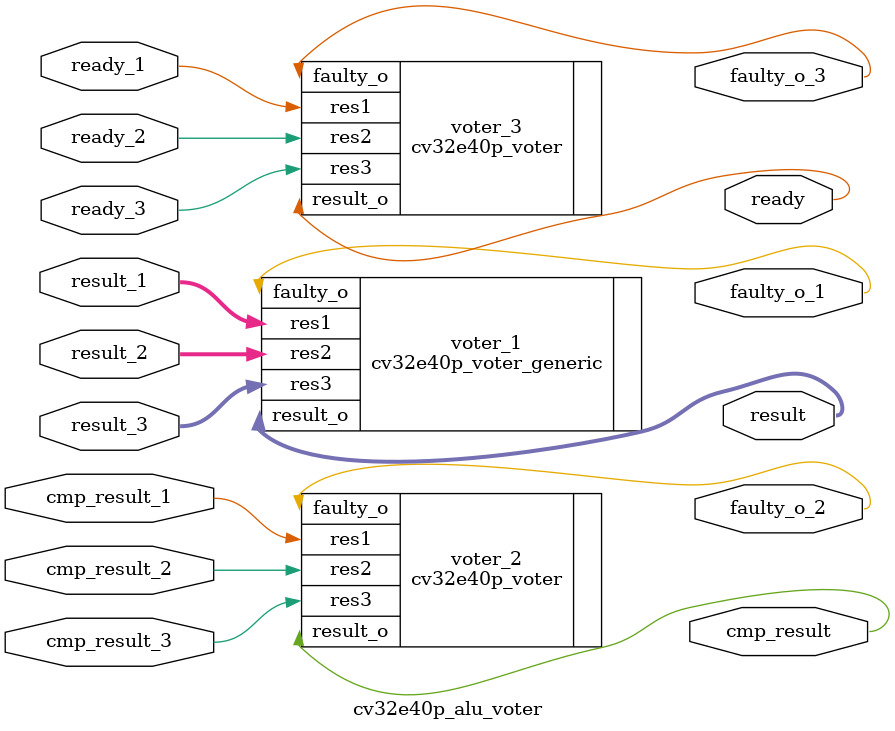
<source format=sv>
module cv32e40p_alu_voter
(
    input logic [31:0] 	result_1, 
    input logic [31:0] 	result_2, 
    input logic [31:0] 	result_3,

	input logic 		cmp_result_1, 
	input logic 		cmp_result_2,
	input logic 		cmp_result_3,

	input logic 		ready_1, 
	input logic 		ready_2, 
	input logic 		ready_3,

	output logic [31:0] result,
	output logic 		cmp_result,
	output logic 		ready,

	output logic 		faulty_o_1,
	output logic 		faulty_o_2,
	output logic 		faulty_o_3
);

  cv32e40p_voter_generic #(32) voter_1 (
    .res1(result_1),
    .res2(result_2),
    .res3(result_3),
    .result_o(result),
    .faulty_o(faulty_o_1)
  );

  cv32e40p_voter voter_2 (
    .res1(cmp_result_1),
    .res2(cmp_result_2),
    .res3(cmp_result_3),
    .result_o(cmp_result),
	.faulty_o(faulty_o_2)
  );

  cv32e40p_voter voter_3 (
    .res1(ready_1),
    .res2(ready_2),
    .res3(ready_3),
    .result_o(ready),
	.faulty_o(faulty_o_3)
  );
 
endmodule

</source>
